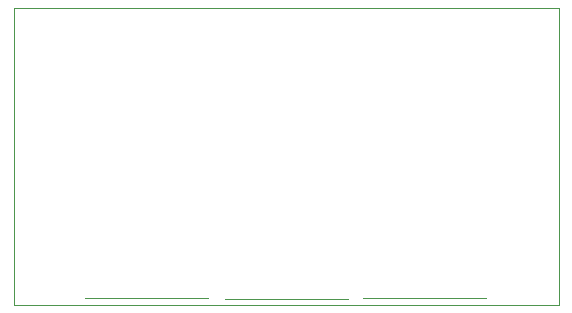
<source format=gm1>
G04 #@! TF.GenerationSoftware,KiCad,Pcbnew,9.0.1*
G04 #@! TF.CreationDate,2025-04-21T20:59:13+02:00*
G04 #@! TF.ProjectId,3_pots_pcb_v0.2a,335f706f-7473-45f7-9063-625f76302e32,rev?*
G04 #@! TF.SameCoordinates,Original*
G04 #@! TF.FileFunction,Profile,NP*
%FSLAX46Y46*%
G04 Gerber Fmt 4.6, Leading zero omitted, Abs format (unit mm)*
G04 Created by KiCad (PCBNEW 9.0.1) date 2025-04-21 20:59:13*
%MOMM*%
%LPD*%
G01*
G04 APERTURE LIST*
G04 #@! TA.AperFunction,Profile*
%ADD10C,0.050000*%
G04 #@! TD*
G04 #@! TA.AperFunction,Profile*
%ADD11C,0.100000*%
G04 #@! TD*
G04 APERTURE END LIST*
D10*
X140175000Y-90025000D02*
X186300000Y-90025000D01*
X186300000Y-115200000D01*
X140175000Y-115200000D01*
X140175000Y-90025000D01*
D11*
X169725000Y-114625000D02*
X180125000Y-114625000D01*
X158025000Y-114675000D02*
X168425000Y-114675000D01*
X146225000Y-114575000D02*
X156625000Y-114575000D01*
M02*

</source>
